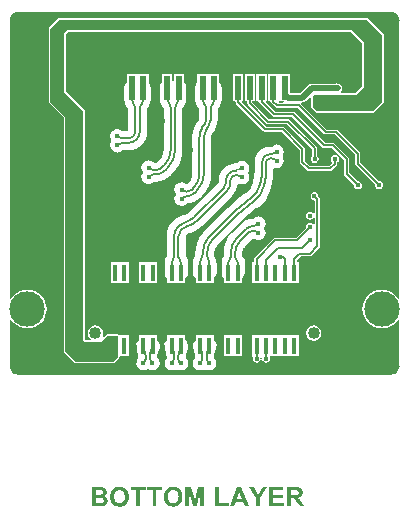
<source format=gbl>
G04*
G04 #@! TF.GenerationSoftware,Altium Limited,Altium Designer,22.5.1 (42)*
G04*
G04 Layer_Physical_Order=4*
G04 Layer_Color=16711680*
%FSLAX25Y25*%
%MOIN*%
G70*
G04*
G04 #@! TF.SameCoordinates,343D76CA-8D90-4984-A01A-401E7FF7C9D5*
G04*
G04*
G04 #@! TF.FilePolarity,Positive*
G04*
G01*
G75*
%ADD12R,0.02402X0.07874*%
%ADD13R,0.10551X0.14173*%
%ADD22C,0.00755*%
%ADD23C,0.00755*%
%ADD24C,0.00600*%
%ADD26C,0.01500*%
%ADD27C,0.01000*%
%ADD28C,0.04016*%
%ADD29C,0.11811*%
%ADD30C,0.01600*%
%ADD31R,0.10000X0.02520*%
%ADD32R,0.18504X0.02520*%
%ADD33R,0.01811X0.05709*%
%ADD34C,0.02000*%
G36*
X121789Y99004D02*
X122514Y98704D01*
X123137Y98226D01*
X123615Y97604D01*
X123915Y96879D01*
X124012Y96144D01*
X124003Y96100D01*
Y3593D01*
X123518Y3471D01*
X123462Y3576D01*
X122661Y4551D01*
X121686Y5352D01*
X120573Y5946D01*
X119366Y6313D01*
X118110Y6436D01*
X116855Y6313D01*
X115647Y5946D01*
X114534Y5352D01*
X113559Y4551D01*
X112759Y3576D01*
X112164Y2463D01*
X111797Y1256D01*
X111674Y0D01*
X111797Y-1256D01*
X112164Y-2463D01*
X112759Y-3576D01*
X113559Y-4551D01*
X114534Y-5352D01*
X115647Y-5946D01*
X116855Y-6313D01*
X118110Y-6436D01*
X119366Y-6313D01*
X120573Y-5946D01*
X121686Y-5352D01*
X122661Y-4551D01*
X123462Y-3576D01*
X123518Y-3471D01*
X124003Y-3593D01*
Y-18900D01*
X124012Y-18943D01*
X123915Y-19678D01*
X123615Y-20403D01*
X123137Y-21025D01*
X122514Y-21503D01*
X121789Y-21803D01*
X121054Y-21900D01*
X121011Y-21891D01*
X-2901D01*
X-2944Y-21900D01*
X-3679Y-21803D01*
X-4404Y-21503D01*
X-5027Y-21025D01*
X-5504Y-20403D01*
X-5805Y-19678D01*
X-5901Y-18943D01*
X-5893Y-18900D01*
Y-3593D01*
X-5408Y-3471D01*
X-5352Y-3576D01*
X-4551Y-4551D01*
X-3576Y-5352D01*
X-2463Y-5946D01*
X-1256Y-6313D01*
X0Y-6436D01*
X1256Y-6313D01*
X2463Y-5946D01*
X3576Y-5352D01*
X4551Y-4551D01*
X5352Y-3576D01*
X5946Y-2463D01*
X6313Y-1256D01*
X6436Y0D01*
X6313Y1256D01*
X5946Y2463D01*
X5352Y3576D01*
X4551Y4551D01*
X3576Y5352D01*
X2463Y5946D01*
X1256Y6313D01*
X0Y6436D01*
X-1256Y6313D01*
X-2463Y5946D01*
X-3576Y5352D01*
X-4551Y4551D01*
X-5352Y3576D01*
X-5408Y3471D01*
X-5893Y3593D01*
Y96100D01*
X-5901Y96144D01*
X-5805Y96879D01*
X-5504Y97604D01*
X-5027Y98226D01*
X-4404Y98704D01*
X-3679Y99004D01*
X-2944Y99101D01*
X-2901Y99092D01*
X121011D01*
X121054Y99101D01*
X121789Y99004D01*
D02*
G37*
G36*
X77531Y-63059D02*
Y-65742D01*
X76236D01*
Y-63050D01*
X73896Y-59341D01*
X75403D01*
X76911Y-61875D01*
X78382Y-59341D01*
X79871D01*
X77531Y-63059D01*
D02*
G37*
G36*
X58837Y-65742D02*
X57643D01*
X57634Y-60710D01*
X56376Y-65742D01*
X55127D01*
X53869Y-60710D01*
Y-65742D01*
X52676D01*
Y-59341D01*
X54609D01*
X55756Y-63716D01*
X56894Y-59341D01*
X58837D01*
Y-65742D01*
D02*
G37*
G36*
X89463Y-59350D02*
X89565D01*
X89667Y-59359D01*
X89787D01*
X90028Y-59387D01*
X90277Y-59415D01*
X90509Y-59461D01*
X90610Y-59489D01*
X90703Y-59517D01*
X90712D01*
X90721Y-59526D01*
X90777Y-59554D01*
X90860Y-59600D01*
X90971Y-59655D01*
X91091Y-59748D01*
X91212Y-59850D01*
X91332Y-59979D01*
X91443Y-60136D01*
Y-60146D01*
X91452Y-60155D01*
X91471Y-60183D01*
X91489Y-60210D01*
X91535Y-60303D01*
X91591Y-60423D01*
X91637Y-60571D01*
X91683Y-60738D01*
X91720Y-60932D01*
X91730Y-61135D01*
Y-61145D01*
Y-61163D01*
Y-61209D01*
X91720Y-61256D01*
Y-61320D01*
X91711Y-61385D01*
X91674Y-61552D01*
X91628Y-61746D01*
X91554Y-61940D01*
X91443Y-62144D01*
X91378Y-62236D01*
X91304Y-62329D01*
X91295Y-62338D01*
X91286Y-62347D01*
X91258Y-62375D01*
X91221Y-62403D01*
X91184Y-62440D01*
X91128Y-62486D01*
X91064Y-62532D01*
X90990Y-62578D01*
X90906Y-62634D01*
X90805Y-62680D01*
X90703Y-62726D01*
X90592Y-62773D01*
X90462Y-62819D01*
X90333Y-62856D01*
X90194Y-62893D01*
X90037Y-62921D01*
X90046D01*
X90055Y-62930D01*
X90111Y-62967D01*
X90185Y-63013D01*
X90277Y-63078D01*
X90388Y-63161D01*
X90499Y-63244D01*
X90620Y-63346D01*
X90721Y-63457D01*
X90731Y-63466D01*
X90777Y-63513D01*
X90832Y-63587D01*
X90916Y-63698D01*
X91027Y-63836D01*
X91082Y-63929D01*
X91147Y-64021D01*
X91221Y-64123D01*
X91295Y-64234D01*
X91378Y-64364D01*
X91461Y-64493D01*
X92248Y-65742D01*
X90694D01*
X89769Y-64354D01*
X89759Y-64345D01*
X89750Y-64317D01*
X89722Y-64280D01*
X89685Y-64234D01*
X89648Y-64179D01*
X89602Y-64105D01*
X89500Y-63957D01*
X89380Y-63790D01*
X89269Y-63642D01*
X89167Y-63503D01*
X89121Y-63457D01*
X89084Y-63411D01*
X89075Y-63402D01*
X89056Y-63383D01*
X89019Y-63346D01*
X88973Y-63300D01*
X88908Y-63263D01*
X88844Y-63217D01*
X88770Y-63180D01*
X88696Y-63143D01*
X88686D01*
X88659Y-63133D01*
X88612Y-63115D01*
X88538Y-63106D01*
X88446Y-63087D01*
X88335Y-63078D01*
X88205Y-63069D01*
X87789D01*
Y-65742D01*
X86494D01*
Y-59341D01*
X89380D01*
X89463Y-59350D01*
D02*
G37*
G36*
X85273Y-60423D02*
X81823D01*
Y-61838D01*
X85033D01*
Y-62921D01*
X81823D01*
Y-64660D01*
X85393D01*
Y-65742D01*
X80528D01*
Y-59341D01*
X85273D01*
Y-60423D01*
D02*
G37*
G36*
X73868Y-65742D02*
X72471D01*
X71916Y-64290D01*
X69345D01*
X68817Y-65742D01*
X67448D01*
X69927Y-59341D01*
X71296D01*
X73868Y-65742D01*
D02*
G37*
G36*
X63961Y-64660D02*
X67180D01*
Y-65742D01*
X62666D01*
Y-59387D01*
X63961D01*
Y-64660D01*
D02*
G37*
G36*
X44897Y-60423D02*
X43010D01*
Y-65742D01*
X41715D01*
Y-60423D01*
X39819D01*
Y-59341D01*
X44897D01*
Y-60423D01*
D02*
G37*
G36*
X39430D02*
X37543D01*
Y-65742D01*
X36248D01*
Y-60423D01*
X34352D01*
Y-59341D01*
X39430D01*
Y-60423D01*
D02*
G37*
G36*
X24371Y-59350D02*
X24556Y-59359D01*
X24741Y-59369D01*
X24917Y-59387D01*
X25074Y-59406D01*
X25093D01*
X25139Y-59415D01*
X25204Y-59433D01*
X25296Y-59461D01*
X25398Y-59498D01*
X25509Y-59544D01*
X25629Y-59600D01*
X25740Y-59674D01*
X25749Y-59683D01*
X25786Y-59711D01*
X25842Y-59757D01*
X25916Y-59813D01*
X25990Y-59896D01*
X26073Y-59988D01*
X26156Y-60090D01*
X26230Y-60210D01*
X26240Y-60229D01*
X26258Y-60266D01*
X26295Y-60340D01*
X26332Y-60432D01*
X26369Y-60543D01*
X26406Y-60664D01*
X26425Y-60812D01*
X26434Y-60960D01*
Y-60969D01*
Y-60978D01*
Y-61034D01*
X26425Y-61117D01*
X26406Y-61228D01*
X26369Y-61357D01*
X26332Y-61496D01*
X26267Y-61635D01*
X26184Y-61783D01*
X26175Y-61801D01*
X26138Y-61848D01*
X26082Y-61912D01*
X26018Y-61996D01*
X25925Y-62079D01*
X25814Y-62181D01*
X25685Y-62264D01*
X25537Y-62347D01*
X25546D01*
X25564Y-62356D01*
X25592Y-62366D01*
X25629Y-62375D01*
X25740Y-62421D01*
X25870Y-62486D01*
X26008Y-62560D01*
X26166Y-62662D01*
X26304Y-62782D01*
X26434Y-62930D01*
X26443Y-62948D01*
X26480Y-63004D01*
X26536Y-63087D01*
X26591Y-63198D01*
X26647Y-63346D01*
X26702Y-63503D01*
X26739Y-63688D01*
X26748Y-63892D01*
Y-63901D01*
Y-63910D01*
Y-63966D01*
X26739Y-64049D01*
X26721Y-64160D01*
X26702Y-64290D01*
X26665Y-64438D01*
X26610Y-64586D01*
X26545Y-64743D01*
X26536Y-64761D01*
X26508Y-64808D01*
X26462Y-64882D01*
X26397Y-64974D01*
X26323Y-65085D01*
X26221Y-65187D01*
X26119Y-65298D01*
X25990Y-65400D01*
X25971Y-65409D01*
X25925Y-65437D01*
X25851Y-65483D01*
X25749Y-65529D01*
X25620Y-65585D01*
X25472Y-65631D01*
X25305Y-65677D01*
X25120Y-65705D01*
X25083D01*
X25046Y-65714D01*
X24954D01*
X24889Y-65723D01*
X24713D01*
X24602Y-65733D01*
X24325D01*
X24168Y-65742D01*
X21393D01*
Y-59341D01*
X24205D01*
X24371Y-59350D01*
D02*
G37*
G36*
X48699Y-59230D02*
X48791D01*
X48911Y-59248D01*
X49050Y-59267D01*
X49207Y-59295D01*
X49374Y-59332D01*
X49550Y-59378D01*
X49735Y-59433D01*
X49920Y-59507D01*
X50114Y-59591D01*
X50299Y-59692D01*
X50484Y-59813D01*
X50660Y-59951D01*
X50826Y-60109D01*
X50835Y-60118D01*
X50863Y-60146D01*
X50909Y-60201D01*
X50956Y-60266D01*
X51020Y-60358D01*
X51094Y-60469D01*
X51168Y-60599D01*
X51252Y-60747D01*
X51335Y-60904D01*
X51409Y-61089D01*
X51483Y-61293D01*
X51548Y-61505D01*
X51603Y-61746D01*
X51640Y-61996D01*
X51668Y-62264D01*
X51677Y-62551D01*
Y-62569D01*
Y-62615D01*
X51668Y-62699D01*
Y-62810D01*
X51649Y-62939D01*
X51631Y-63087D01*
X51603Y-63263D01*
X51575Y-63439D01*
X51529Y-63633D01*
X51474Y-63836D01*
X51400Y-64040D01*
X51316Y-64243D01*
X51224Y-64438D01*
X51104Y-64632D01*
X50974Y-64817D01*
X50826Y-64993D01*
X50817Y-65002D01*
X50789Y-65030D01*
X50743Y-65076D01*
X50669Y-65131D01*
X50586Y-65196D01*
X50484Y-65270D01*
X50364Y-65344D01*
X50234Y-65427D01*
X50077Y-65511D01*
X49910Y-65585D01*
X49725Y-65659D01*
X49522Y-65723D01*
X49309Y-65779D01*
X49078Y-65825D01*
X48837Y-65853D01*
X48578Y-65862D01*
X48514D01*
X48440Y-65853D01*
X48347Y-65844D01*
X48227Y-65834D01*
X48088Y-65816D01*
X47931Y-65788D01*
X47764Y-65751D01*
X47579Y-65705D01*
X47404Y-65649D01*
X47209Y-65575D01*
X47024Y-65492D01*
X46830Y-65400D01*
X46654Y-65279D01*
X46479Y-65150D01*
X46312Y-64993D01*
X46303Y-64983D01*
X46275Y-64956D01*
X46238Y-64900D01*
X46183Y-64835D01*
X46118Y-64743D01*
X46044Y-64632D01*
X45970Y-64512D01*
X45896Y-64364D01*
X45813Y-64206D01*
X45739Y-64021D01*
X45665Y-63827D01*
X45600Y-63614D01*
X45544Y-63383D01*
X45507Y-63133D01*
X45480Y-62865D01*
X45470Y-62588D01*
Y-62578D01*
Y-62541D01*
Y-62495D01*
X45480Y-62421D01*
Y-62338D01*
X45489Y-62245D01*
X45498Y-62134D01*
X45507Y-62014D01*
X45544Y-61755D01*
X45591Y-61478D01*
X45665Y-61200D01*
X45757Y-60941D01*
Y-60932D01*
X45766Y-60923D01*
X45785Y-60895D01*
X45794Y-60858D01*
X45850Y-60765D01*
X45914Y-60645D01*
X45998Y-60506D01*
X46099Y-60368D01*
X46220Y-60210D01*
X46349Y-60062D01*
X46358Y-60053D01*
X46368Y-60044D01*
X46414Y-59998D01*
X46497Y-59924D01*
X46599Y-59840D01*
X46719Y-59748D01*
X46858Y-59646D01*
X47015Y-59554D01*
X47182Y-59480D01*
X47191D01*
X47209Y-59470D01*
X47246Y-59452D01*
X47293Y-59443D01*
X47348Y-59415D01*
X47413Y-59396D01*
X47496Y-59378D01*
X47579Y-59350D01*
X47783Y-59304D01*
X48014Y-59258D01*
X48282Y-59230D01*
X48560Y-59221D01*
X48625D01*
X48699Y-59230D01*
D02*
G37*
G36*
X30809D02*
X30902D01*
X31022Y-59248D01*
X31161Y-59267D01*
X31318Y-59295D01*
X31484Y-59332D01*
X31660Y-59378D01*
X31845Y-59433D01*
X32030Y-59507D01*
X32224Y-59591D01*
X32409Y-59692D01*
X32594Y-59813D01*
X32770Y-59951D01*
X32937Y-60109D01*
X32946Y-60118D01*
X32974Y-60146D01*
X33020Y-60201D01*
X33066Y-60266D01*
X33131Y-60358D01*
X33205Y-60469D01*
X33279Y-60599D01*
X33362Y-60747D01*
X33445Y-60904D01*
X33519Y-61089D01*
X33593Y-61293D01*
X33658Y-61505D01*
X33714Y-61746D01*
X33751Y-61996D01*
X33778Y-62264D01*
X33788Y-62551D01*
Y-62569D01*
Y-62615D01*
X33778Y-62699D01*
Y-62810D01*
X33760Y-62939D01*
X33741Y-63087D01*
X33714Y-63263D01*
X33686Y-63439D01*
X33640Y-63633D01*
X33584Y-63836D01*
X33510Y-64040D01*
X33427Y-64243D01*
X33334Y-64438D01*
X33214Y-64632D01*
X33085Y-64817D01*
X32937Y-64993D01*
X32927Y-65002D01*
X32900Y-65030D01*
X32853Y-65076D01*
X32779Y-65131D01*
X32696Y-65196D01*
X32594Y-65270D01*
X32474Y-65344D01*
X32345Y-65427D01*
X32187Y-65511D01*
X32021Y-65585D01*
X31836Y-65659D01*
X31632Y-65723D01*
X31420Y-65779D01*
X31188Y-65825D01*
X30948Y-65853D01*
X30689Y-65862D01*
X30624D01*
X30550Y-65853D01*
X30458Y-65844D01*
X30337Y-65834D01*
X30199Y-65816D01*
X30041Y-65788D01*
X29875Y-65751D01*
X29690Y-65705D01*
X29514Y-65649D01*
X29320Y-65575D01*
X29135Y-65492D01*
X28941Y-65400D01*
X28765Y-65279D01*
X28589Y-65150D01*
X28423Y-64993D01*
X28413Y-64983D01*
X28386Y-64956D01*
X28349Y-64900D01*
X28293Y-64835D01*
X28228Y-64743D01*
X28154Y-64632D01*
X28080Y-64512D01*
X28006Y-64364D01*
X27923Y-64206D01*
X27849Y-64021D01*
X27775Y-63827D01*
X27710Y-63614D01*
X27655Y-63383D01*
X27618Y-63133D01*
X27590Y-62865D01*
X27581Y-62588D01*
Y-62578D01*
Y-62541D01*
Y-62495D01*
X27590Y-62421D01*
Y-62338D01*
X27599Y-62245D01*
X27609Y-62134D01*
X27618Y-62014D01*
X27655Y-61755D01*
X27701Y-61478D01*
X27775Y-61200D01*
X27868Y-60941D01*
Y-60932D01*
X27877Y-60923D01*
X27895Y-60895D01*
X27905Y-60858D01*
X27960Y-60765D01*
X28025Y-60645D01*
X28108Y-60506D01*
X28210Y-60368D01*
X28330Y-60210D01*
X28460Y-60062D01*
X28469Y-60053D01*
X28478Y-60044D01*
X28524Y-59998D01*
X28608Y-59924D01*
X28709Y-59840D01*
X28830Y-59748D01*
X28968Y-59646D01*
X29126Y-59554D01*
X29292Y-59480D01*
X29301D01*
X29320Y-59470D01*
X29357Y-59452D01*
X29403Y-59443D01*
X29459Y-59415D01*
X29523Y-59396D01*
X29607Y-59378D01*
X29690Y-59350D01*
X29893Y-59304D01*
X30125Y-59258D01*
X30393Y-59230D01*
X30670Y-59221D01*
X30735D01*
X30809Y-59230D01*
D02*
G37*
%LPC*%
G36*
X52183Y78239D02*
X48781D01*
Y76152D01*
X48504Y75993D01*
X48246Y76145D01*
Y78239D01*
X44844D01*
Y75525D01*
X44831Y75516D01*
X44306Y74730D01*
X44121Y73802D01*
Y70011D01*
X44149Y69872D01*
X44279Y68885D01*
X44713Y67836D01*
X45320Y67046D01*
X45362Y66982D01*
Y53212D01*
X45386Y53091D01*
X45229Y51897D01*
X44721Y50671D01*
X43988Y49716D01*
X43885Y49647D01*
X43271Y49033D01*
X43251Y49002D01*
X42982Y48822D01*
X42664Y48759D01*
X42628Y48766D01*
X42420D01*
X41929Y48970D01*
Y48970D01*
X41906Y48958D01*
X41313Y49354D01*
X41049Y49407D01*
X40903Y49453D01*
X40903D01*
X40902Y49454D01*
X40732Y49491D01*
X40732Y49491D01*
X40732Y49491D01*
X40559Y49513D01*
X40559Y49513D01*
X40559Y49513D01*
X40506Y49515D01*
X40385Y49539D01*
X40265Y49515D01*
X40210Y49513D01*
X40210Y49513D01*
X40210Y49513D01*
X40037Y49491D01*
X40037Y49491D01*
X40037Y49491D01*
X39867Y49454D01*
X39867Y49453D01*
X39867D01*
X39721Y49407D01*
X39458Y49355D01*
X38671Y48829D01*
X38146Y48043D01*
X37961Y47115D01*
X38146Y46187D01*
X38384Y45831D01*
Y45399D01*
X38146Y45043D01*
X37961Y44115D01*
X38146Y43187D01*
X38671Y42401D01*
X39458Y41875D01*
X39748Y41818D01*
X39867Y41780D01*
X39867D01*
X39867Y41780D01*
X40037Y41743D01*
X40037Y41743D01*
X40037Y41742D01*
X40210Y41719D01*
X40210Y41719D01*
X40210Y41719D01*
X40250Y41718D01*
X40385Y41691D01*
X40521Y41718D01*
X40559Y41719D01*
X40559Y41719D01*
X40559Y41719D01*
X40732Y41742D01*
X40732Y41743D01*
X40732Y41742D01*
X40902Y41780D01*
X40903Y41780D01*
X40903D01*
X41021Y41817D01*
X41313Y41875D01*
X42099Y42401D01*
X42162Y42463D01*
X42628D01*
X42747Y42487D01*
X44033Y42614D01*
X45384Y43023D01*
X46629Y43689D01*
X47628Y44509D01*
X47728Y44576D01*
X48342Y45190D01*
X48397Y45272D01*
X49489Y46551D01*
X50418Y48067D01*
X51099Y49710D01*
X51514Y51439D01*
X51646Y53115D01*
X51665Y53212D01*
Y66982D01*
X51708Y67046D01*
X52314Y67836D01*
X52749Y68885D01*
X52879Y69872D01*
X52906Y70011D01*
Y73802D01*
X52722Y74730D01*
X52196Y75516D01*
X52183Y75525D01*
Y78239D01*
D02*
G37*
G36*
X40372D02*
X36970D01*
Y76153D01*
X36692Y75993D01*
X36435Y76145D01*
Y78239D01*
X33033D01*
Y75525D01*
X33020Y75516D01*
X32495Y74730D01*
X32310Y73802D01*
Y69941D01*
X32329Y69849D01*
X32477Y68720D01*
X32948Y67582D01*
X33551Y66796D01*
Y59282D01*
X31718D01*
X31691Y59309D01*
X30905Y59835D01*
X30641Y59887D01*
X30494Y59934D01*
X30494D01*
X30494Y59934D01*
X30324Y59971D01*
X30324Y59971D01*
X30324Y59971D01*
X30151Y59993D01*
X30151Y59993D01*
X30151Y59993D01*
X30098Y59995D01*
X29977Y60019D01*
X29857Y59995D01*
X29802Y59993D01*
X29802Y59993D01*
X29802Y59993D01*
X29629Y59971D01*
X29629Y59971D01*
X29629Y59971D01*
X29459Y59934D01*
X29459Y59934D01*
X29459D01*
X29313Y59887D01*
X29050Y59835D01*
X28263Y59309D01*
X27738Y58523D01*
X27553Y57595D01*
X27738Y56667D01*
X27976Y56310D01*
Y55879D01*
X27738Y55523D01*
X27553Y54595D01*
X27738Y53667D01*
X28263Y52881D01*
X29050Y52355D01*
X29340Y52298D01*
X29459Y52261D01*
X29459D01*
X29459Y52261D01*
X29629Y52223D01*
X29629Y52223D01*
X29629Y52222D01*
X29802Y52199D01*
X29802Y52199D01*
X29802Y52199D01*
X29842Y52198D01*
X29977Y52171D01*
X30113Y52198D01*
X30151Y52199D01*
X30151Y52199D01*
X30151Y52199D01*
X30324Y52222D01*
X30324Y52223D01*
X30324Y52222D01*
X30494Y52261D01*
X30494Y52261D01*
X30494D01*
X30613Y52297D01*
X30905Y52355D01*
X31691Y52881D01*
X31789Y52979D01*
X33729D01*
X33900Y53013D01*
X34921Y53114D01*
X36067Y53461D01*
X37123Y54026D01*
X38048Y54785D01*
X38808Y55711D01*
X39372Y56767D01*
X39720Y57912D01*
X39820Y58933D01*
X39854Y59104D01*
Y66763D01*
X39882Y66804D01*
X40503Y67614D01*
X40938Y68663D01*
X41068Y69650D01*
X41095Y69789D01*
Y73802D01*
X40911Y74730D01*
X40385Y75516D01*
X40372Y75525D01*
Y78239D01*
D02*
G37*
G36*
X63994D02*
X60592D01*
Y76152D01*
X60316Y75993D01*
X60057Y76145D01*
Y78239D01*
X56655D01*
Y75525D01*
X56642Y75516D01*
X56117Y74730D01*
X55932Y73802D01*
Y69790D01*
X55960Y69651D01*
X56090Y68664D01*
X56524Y67615D01*
X57130Y66825D01*
X57173Y66761D01*
Y63148D01*
X57177Y63131D01*
X57143Y63049D01*
X57141Y63048D01*
X56341Y61907D01*
X56306Y61826D01*
X56248Y61756D01*
X55516Y60386D01*
X55065Y58899D01*
X54921Y57437D01*
X54904Y57353D01*
Y45020D01*
X54922Y44929D01*
X54801Y44005D01*
X54409Y43059D01*
X54089Y42643D01*
X53764Y42268D01*
Y42268D01*
X53419Y41923D01*
X53056Y41560D01*
X52311Y42058D01*
X52039Y42112D01*
X51901Y42156D01*
X51901D01*
X51900Y42156D01*
X51730Y42193D01*
X51730Y42193D01*
X51730Y42193D01*
X51557Y42215D01*
X51557Y42215D01*
X51557Y42215D01*
X51511Y42217D01*
X51383Y42242D01*
X51256Y42217D01*
X51208Y42215D01*
X51208Y42215D01*
X51208Y42215D01*
X51035Y42193D01*
X51035Y42193D01*
X51035Y42193D01*
X50865Y42156D01*
X50865Y42156D01*
X50865D01*
X50727Y42112D01*
X50456Y42058D01*
X49669Y41532D01*
X49144Y40746D01*
X48959Y39818D01*
X49144Y38890D01*
X49382Y38533D01*
Y38102D01*
X49144Y37746D01*
X48959Y36818D01*
X49144Y35890D01*
X49669Y35104D01*
X50456Y34578D01*
X50738Y34522D01*
X50865Y34482D01*
X50865D01*
X50865Y34482D01*
X51035Y34444D01*
X51035Y34444D01*
X51035Y34444D01*
X51208Y34421D01*
X51208Y34421D01*
X51208Y34421D01*
X51254Y34420D01*
X51383Y34394D01*
X51512Y34420D01*
X51557Y34421D01*
X51557Y34421D01*
X51557Y34421D01*
X51730Y34444D01*
X51730Y34444D01*
X51730Y34444D01*
X51900Y34482D01*
X51901Y34482D01*
X51901D01*
X52028Y34522D01*
X52311Y34578D01*
X53097Y35104D01*
X53245Y35252D01*
X54248Y35350D01*
X55420Y35706D01*
X56501Y36284D01*
X57320Y36956D01*
X57459Y37049D01*
X57459Y37049D01*
X57749Y37339D01*
X57749Y37339D01*
X58221Y37811D01*
X58223Y37809D01*
X59491Y39355D01*
X60434Y41118D01*
X61014Y43031D01*
X61210Y45020D01*
X61207D01*
Y57353D01*
X61193Y57424D01*
X61305Y57987D01*
X61505Y58287D01*
X61503Y58289D01*
X61503Y58289D01*
X62303Y59430D01*
X62345Y59525D01*
X62372Y59558D01*
X62969Y60675D01*
X63337Y61888D01*
X63446Y62994D01*
X63476Y63148D01*
Y66761D01*
X63519Y66825D01*
X64125Y67614D01*
X64560Y68664D01*
X64690Y69651D01*
X64717Y69790D01*
Y73802D01*
X64533Y74730D01*
X64007Y75516D01*
X63994Y75525D01*
Y78239D01*
D02*
G37*
G36*
X113177Y97010D02*
X113177Y97010D01*
X10677D01*
X10294Y96851D01*
X7294Y93851D01*
X7136Y93468D01*
X7136Y93468D01*
Y69043D01*
X7294Y68661D01*
X12011Y63944D01*
Y-14007D01*
X12011Y-14007D01*
X12169Y-14390D01*
X12169Y-14390D01*
X15669Y-17890D01*
X16052Y-18049D01*
X16052Y-18049D01*
X28552D01*
X28552Y-18049D01*
X28935Y-17890D01*
X30435Y-16390D01*
X30593Y-16007D01*
X30593Y-16007D01*
Y-15902D01*
X30878Y-15520D01*
X31093Y-15520D01*
X33689D01*
Y-8811D01*
X31053D01*
X30878Y-8811D01*
X30445Y-8649D01*
X30435Y-8625D01*
X30052Y-8466D01*
X26552D01*
X26552Y-8466D01*
X26169Y-8625D01*
X26169Y-8625D01*
X25352Y-9442D01*
X24964Y-9123D01*
X25040Y-9010D01*
X25234Y-8032D01*
X25040Y-7053D01*
X24485Y-6223D01*
X23656Y-5669D01*
X22677Y-5474D01*
X21699Y-5669D01*
X20869Y-6223D01*
X20315Y-7053D01*
X20120Y-8032D01*
X20315Y-9010D01*
X20869Y-9840D01*
X21059Y-9966D01*
X20907Y-10466D01*
X19276D01*
X19093Y-10283D01*
Y58352D01*
X19218Y58653D01*
Y65968D01*
X19218Y65969D01*
X19060Y66351D01*
X19060Y66351D01*
X12718Y72693D01*
Y91744D01*
X13401Y92427D01*
X107940D01*
X111636Y88731D01*
Y74193D01*
X109453Y72010D01*
X104728D01*
X104595Y72255D01*
X104528Y72510D01*
X104820Y72947D01*
X104937Y73532D01*
X104820Y74118D01*
X104489Y74614D01*
X103992Y74945D01*
X103791Y74985D01*
X103549Y75148D01*
X103041Y75249D01*
X102534Y75148D01*
X102406Y75062D01*
X94741D01*
X94156Y74945D01*
X93660Y74614D01*
X91044Y71998D01*
X87616D01*
Y78239D01*
X84214D01*
Y69365D01*
X85390D01*
X85450Y69284D01*
X85198Y68784D01*
X83888D01*
X83801Y68915D01*
X83679Y69365D01*
X83679D01*
Y78239D01*
X80277D01*
Y69365D01*
X80739D01*
X81163Y69168D01*
X81225Y68855D01*
X81401Y68591D01*
X82600Y67392D01*
X82600Y67392D01*
X82865Y67215D01*
X83177Y67153D01*
X90250D01*
X98963Y58441D01*
X99227Y58264D01*
X99539Y58202D01*
X99540Y58202D01*
X102488D01*
X109330Y51360D01*
Y48412D01*
X109330Y48412D01*
X109392Y48099D01*
X109569Y47835D01*
X115877Y41526D01*
X115848Y41383D01*
X115949Y40876D01*
X116237Y40446D01*
X116667Y40158D01*
X117174Y40058D01*
X117681Y40158D01*
X118111Y40446D01*
X118398Y40876D01*
X118499Y41383D01*
X118398Y41890D01*
X118111Y42320D01*
X117681Y42608D01*
X117174Y42708D01*
X117030Y42680D01*
X110961Y48749D01*
Y51698D01*
X110899Y52010D01*
X110722Y52275D01*
X110722Y52275D01*
X103403Y59594D01*
X103138Y59771D01*
X102826Y59833D01*
X102826Y59833D01*
X99877D01*
X91271Y68439D01*
X91397Y68857D01*
X91457Y68939D01*
X91677D01*
X92263Y69055D01*
X92759Y69387D01*
X94136Y70764D01*
X94636Y70557D01*
Y67469D01*
X94636Y67469D01*
X94794Y67086D01*
X96294Y65586D01*
X96677Y65427D01*
X96677Y65427D01*
X115177D01*
X115560Y65586D01*
X118560Y68586D01*
X118718Y68968D01*
X118718Y68968D01*
Y91468D01*
X118718Y91469D01*
X118560Y91851D01*
X118560Y91851D01*
X113560Y96851D01*
X113177Y97010D01*
D02*
G37*
G36*
X83085Y54875D02*
X82963Y54851D01*
X82911Y54849D01*
X82911Y54849D01*
X82911Y54849D01*
X82738Y54827D01*
X82738Y54826D01*
X82738Y54826D01*
X82568Y54787D01*
X82568Y54787D01*
X82568D01*
X82424Y54743D01*
X82158Y54691D01*
X81371Y54165D01*
X81309Y54103D01*
X80846D01*
X80807Y54095D01*
X79516Y53925D01*
X78276Y53412D01*
X77212Y52595D01*
X76395Y51530D01*
X75882Y50291D01*
X75712Y49000D01*
X75704Y48961D01*
Y45546D01*
X75674Y45069D01*
Y45069D01*
X75578Y44578D01*
X75024Y41829D01*
X75024Y41776D01*
X74994Y41553D01*
X74554Y40490D01*
X73854Y39578D01*
X73161Y39046D01*
X72757Y38750D01*
X72316Y38469D01*
X69422Y36249D01*
X66766Y33815D01*
X66728Y33790D01*
X60845Y27907D01*
X60490Y27555D01*
X60489Y27555D01*
X60163Y27189D01*
X58418Y25237D01*
X58167Y24956D01*
X58096Y24855D01*
X57810Y24443D01*
X57655Y24254D01*
X56854Y22755D01*
X56799Y22653D01*
X56724Y22435D01*
X56695Y22391D01*
X56675Y22291D01*
X56516Y21859D01*
X56063Y19972D01*
X55949Y18522D01*
X55916Y18108D01*
X55902Y18037D01*
X55784Y17586D01*
X55730Y17505D01*
X55562Y17210D01*
X55562Y17210D01*
X55515Y17096D01*
X55495Y17066D01*
X55472Y17031D01*
X55456Y16954D01*
X55195Y16324D01*
X55100Y15599D01*
X55055Y15374D01*
Y12166D01*
X55240Y11238D01*
X55765Y10452D01*
X55766Y10451D01*
X56075Y10245D01*
Y8811D01*
X58886D01*
Y8811D01*
X59224D01*
Y8811D01*
X62036D01*
Y10245D01*
X62343Y10451D01*
X62869Y11237D01*
X63053Y12165D01*
Y15373D01*
X63008Y15598D01*
X62913Y16323D01*
X62652Y16954D01*
X62637Y17030D01*
X62612Y17066D01*
X62593Y17095D01*
X62546Y17209D01*
X62546Y17209D01*
X62378Y17506D01*
X62324Y17587D01*
X62205Y18038D01*
X62228Y18528D01*
X62297Y19228D01*
X62431Y19671D01*
X62577Y20128D01*
D01*
X62769Y20579D01*
X62822Y20663D01*
X63037Y20944D01*
X63336Y21345D01*
X64830Y23017D01*
X64948Y23096D01*
X71185Y29333D01*
X71275Y29467D01*
X73742Y31703D01*
X76224Y33544D01*
X76626Y33830D01*
X77005Y34068D01*
X77044Y34101D01*
X78277Y35155D01*
X79363Y36427D01*
X80238Y37853D01*
X80878Y39399D01*
X81107Y40354D01*
X81202Y40582D01*
X81856Y43822D01*
X81856Y43902D01*
X81988Y45243D01*
X82007Y45339D01*
Y46756D01*
X82351Y47068D01*
X82507Y47135D01*
X82568Y47115D01*
X82568Y47115D01*
X82568Y47115D01*
X82738Y47077D01*
X82738Y47078D01*
X82738Y47077D01*
X82911Y47056D01*
X82911Y47056D01*
X82911Y47056D01*
X82945Y47055D01*
X83085Y47027D01*
X83226Y47055D01*
X83260Y47056D01*
X83260Y47056D01*
X83260Y47056D01*
X83433Y47077D01*
X83433Y47077D01*
X83433Y47077D01*
X83603Y47115D01*
X83604Y47115D01*
X83604D01*
X83724Y47154D01*
X84013Y47212D01*
X84799Y47737D01*
X85325Y48523D01*
X85509Y49451D01*
X85325Y50379D01*
X85086Y50736D01*
Y51166D01*
X85325Y51523D01*
X85509Y52451D01*
X85325Y53379D01*
X84799Y54165D01*
X84013Y54690D01*
X83747Y54743D01*
X83604Y54787D01*
X83604D01*
X83603Y54787D01*
X83433Y54826D01*
X83433Y54826D01*
X83433Y54827D01*
X83260Y54849D01*
X83260Y54849D01*
X83260Y54849D01*
X83208Y54851D01*
X83085Y54875D01*
D02*
G37*
G36*
X71485Y49375D02*
X71359Y49350D01*
X71311Y49348D01*
X71311Y49348D01*
X71311Y49348D01*
X71138Y49326D01*
X71138Y49326D01*
X71138Y49326D01*
X70968Y49287D01*
X70968Y49287D01*
X70968D01*
X70828Y49244D01*
X70558Y49191D01*
X69968Y48797D01*
X69608Y48633D01*
X69309Y48574D01*
X68046Y48408D01*
X66647Y47828D01*
X65445Y46906D01*
X64523Y45705D01*
X63944Y44306D01*
X63746Y42804D01*
X63746D01*
X63721Y42314D01*
X63683Y42045D01*
X63330Y41691D01*
X53879Y32241D01*
X53840Y32182D01*
X53257Y31735D01*
X52847Y31565D01*
X52391Y31411D01*
X51994Y31294D01*
X51935Y31255D01*
X51935Y31255D01*
X51921Y31251D01*
X51104Y31003D01*
X49738Y30273D01*
X48608Y29345D01*
X48536Y29297D01*
X48465Y29192D01*
X47662Y28213D01*
X47007Y26987D01*
X46603Y25656D01*
X46479Y24396D01*
X46454Y24272D01*
Y17653D01*
X46114Y17210D01*
X45747Y16324D01*
X45652Y15599D01*
X45607Y15374D01*
Y12165D01*
X45792Y11237D01*
X46317Y10451D01*
X46626Y10244D01*
Y8811D01*
X49437D01*
Y8811D01*
X49776D01*
Y8811D01*
X52587D01*
Y10245D01*
X52895Y10451D01*
X53421Y11237D01*
X53605Y12165D01*
Y15373D01*
X53561Y15598D01*
X53465Y16323D01*
X53098Y17209D01*
X52757Y17653D01*
Y24272D01*
X52751Y24303D01*
X52807Y24584D01*
X52966Y24823D01*
X52993Y24840D01*
X53331Y25095D01*
X53774Y25268D01*
X54169Y25396D01*
X54214Y25426D01*
X54225Y25430D01*
X54244Y25436D01*
X55298Y25756D01*
X56916Y26621D01*
X58323Y27775D01*
X58336Y27784D01*
X67787Y37234D01*
X68140Y37588D01*
X68140Y37588D01*
X68226Y37716D01*
X68940Y38586D01*
X69541Y39712D01*
X69912Y40933D01*
X69968Y41504D01*
X70495Y41753D01*
X70558Y41711D01*
X70842Y41655D01*
X70968Y41615D01*
X70968Y41615D01*
X70968Y41615D01*
X71138Y41577D01*
X71138Y41577D01*
X71138Y41577D01*
X71311Y41556D01*
X71311Y41556D01*
X71311Y41556D01*
X71348Y41554D01*
X71485Y41527D01*
X71622Y41554D01*
X71660Y41556D01*
X71660Y41556D01*
X71660Y41556D01*
X71833Y41577D01*
X71833Y41577D01*
X71833Y41577D01*
X72004Y41615D01*
X72004Y41615D01*
X72004D01*
X72129Y41655D01*
X72413Y41711D01*
X73199Y42237D01*
X73725Y43023D01*
X73909Y43951D01*
X73725Y44879D01*
X73486Y45236D01*
Y45666D01*
X73725Y46023D01*
X73909Y46951D01*
X73725Y47879D01*
X73199Y48665D01*
X72413Y49191D01*
X72142Y49244D01*
X72004Y49287D01*
X72004D01*
X72004Y49287D01*
X71833Y49326D01*
X71833Y49326D01*
X71833Y49326D01*
X71660Y49348D01*
X71660Y49348D01*
X71660Y49348D01*
X71611Y49350D01*
X71485Y49375D01*
D02*
G37*
G36*
X75805Y78239D02*
X72403D01*
Y69365D01*
X73289D01*
Y68542D01*
X73289Y68542D01*
X73351Y68229D01*
X73527Y67965D01*
X79600Y61892D01*
X79865Y61715D01*
X80177Y61653D01*
X80177Y61653D01*
X86432D01*
X94876Y53209D01*
Y51064D01*
X94754Y50982D01*
X94467Y50552D01*
X94366Y50045D01*
X94467Y49538D01*
X94754Y49108D01*
X95184Y48821D01*
X95691Y48720D01*
X96199Y48821D01*
X96629Y49108D01*
X96916Y49538D01*
X97017Y50045D01*
X96916Y50552D01*
X96629Y50982D01*
X96507Y51064D01*
Y53547D01*
X96507Y53547D01*
X96445Y53859D01*
X96268Y54124D01*
X87347Y63045D01*
X87082Y63222D01*
X86770Y63284D01*
X86770Y63284D01*
X80515D01*
X74934Y68865D01*
X74955Y69365D01*
X75805D01*
Y78239D01*
D02*
G37*
G36*
X71868D02*
X68466D01*
Y69365D01*
X69054D01*
X69352Y68979D01*
X69414Y68666D01*
X69590Y68402D01*
X78600Y59392D01*
X78600Y59392D01*
X78865Y59215D01*
X79177Y59153D01*
X84699D01*
X90861Y52991D01*
Y49044D01*
X90861Y49044D01*
X90924Y48732D01*
X91100Y48468D01*
X93257Y46311D01*
X93258Y46311D01*
X93522Y46134D01*
X93834Y46072D01*
X93834Y46072D01*
X100887D01*
X100887Y46072D01*
X101199Y46134D01*
X101464Y46311D01*
X103077Y47923D01*
X103077Y47923D01*
X103254Y48188D01*
X103316Y48500D01*
Y48981D01*
X103437Y49063D01*
X103725Y49493D01*
X103825Y50000D01*
X103725Y50507D01*
X103437Y50937D01*
X103007Y51225D01*
X102500Y51326D01*
X101993Y51225D01*
X101563Y50937D01*
X101275Y50507D01*
X101174Y50000D01*
X101275Y49493D01*
X101563Y49063D01*
X101411Y48565D01*
X100549Y47703D01*
X94172D01*
X92493Y49382D01*
Y53329D01*
X92431Y53641D01*
X92254Y53905D01*
X92254Y53905D01*
X85614Y60545D01*
X85350Y60722D01*
X85037Y60784D01*
X85037Y60784D01*
X79515D01*
X71434Y68865D01*
X71641Y69365D01*
X71868D01*
Y78239D01*
D02*
G37*
G36*
X79742D02*
X76340D01*
Y69365D01*
X76844D01*
X77226Y69104D01*
X77288Y68792D01*
X77464Y68528D01*
X81600Y64392D01*
X81600Y64392D01*
X81865Y64215D01*
X82177Y64153D01*
X82177Y64153D01*
X88113D01*
X98254Y54012D01*
X98519Y53835D01*
X98831Y53773D01*
X98831Y53773D01*
X101641D01*
X105613Y49801D01*
Y44986D01*
X105613Y44986D01*
X105675Y44674D01*
X105852Y44410D01*
X108885Y41376D01*
X108857Y41233D01*
X108958Y40726D01*
X109245Y40296D01*
X109675Y40008D01*
X110182Y39908D01*
X110690Y40008D01*
X111120Y40296D01*
X111407Y40726D01*
X111508Y41233D01*
X111407Y41740D01*
X111120Y42170D01*
X110690Y42458D01*
X110182Y42558D01*
X110039Y42530D01*
X107245Y45324D01*
Y50139D01*
X107245Y50139D01*
X107182Y50451D01*
X107006Y50716D01*
X107006Y50716D01*
X102556Y55165D01*
X102292Y55342D01*
X101979Y55404D01*
X101979Y55404D01*
X99169D01*
X89028Y65545D01*
X88763Y65722D01*
X88451Y65784D01*
X88451Y65784D01*
X82515D01*
X79396Y68903D01*
X79588Y69365D01*
X79742D01*
Y78239D01*
D02*
G37*
G36*
X95677Y38994D02*
X95170Y38893D01*
X94740Y38606D01*
X94453Y38176D01*
X94352Y37668D01*
X94453Y37161D01*
X94740Y36731D01*
X95170Y36444D01*
X95677Y36343D01*
X95862Y35870D01*
Y32121D01*
X95761Y32038D01*
X95114Y32106D01*
X94684Y32393D01*
X94177Y32494D01*
X93670Y32393D01*
X93240Y32106D01*
X92953Y31676D01*
X92852Y31168D01*
X92953Y30661D01*
X93240Y30231D01*
X93670Y29944D01*
X94177Y29843D01*
X94684Y29944D01*
X95114Y30231D01*
X95761Y30299D01*
X95862Y30216D01*
Y28257D01*
X95761Y28174D01*
X95114Y28242D01*
X94684Y28529D01*
X94177Y28630D01*
X93670Y28529D01*
X93240Y28242D01*
X92953Y27812D01*
X92852Y27305D01*
X92880Y27161D01*
X89503Y23784D01*
X82677D01*
X82365Y23722D01*
X82365Y23722D01*
X82364Y23722D01*
X82258Y23651D01*
X82100Y23545D01*
X82100Y23545D01*
X75801Y17246D01*
X75625Y16982D01*
X75563Y16669D01*
X75563Y16669D01*
Y15520D01*
X74972D01*
Y8811D01*
X77622D01*
X78122Y8811D01*
X78284Y8811D01*
X80772D01*
X81272Y8811D01*
X81433Y8811D01*
X83921D01*
X84421Y8811D01*
X84583Y8811D01*
X87071D01*
X87571Y8811D01*
X87732Y8811D01*
X90382D01*
Y15520D01*
X89792D01*
Y16430D01*
X91015Y17653D01*
X94177D01*
X94177Y17653D01*
X94489Y17715D01*
X94754Y17892D01*
X97254Y20392D01*
X97254Y20392D01*
X97431Y20656D01*
X97493Y20968D01*
Y36669D01*
X97431Y36981D01*
X97254Y37245D01*
X97254Y37245D01*
X96974Y37525D01*
X97003Y37668D01*
X96902Y38176D01*
X96614Y38606D01*
X96184Y38893D01*
X95677Y38994D01*
D02*
G37*
G36*
X76985Y30875D02*
X76862Y30851D01*
X76811Y30849D01*
X76811Y30849D01*
X76811Y30849D01*
X76638Y30827D01*
X76638Y30827D01*
X76638Y30827D01*
X76468Y30788D01*
X76468Y30788D01*
X76468D01*
X76324Y30744D01*
X76058Y30691D01*
X75271Y30165D01*
X75187Y30081D01*
X73724Y29888D01*
X72321Y29307D01*
X71117Y28383D01*
X71120Y28381D01*
X71120Y28381D01*
X68011Y25273D01*
X67995Y25249D01*
X66884Y23895D01*
X66045Y22325D01*
X65529Y20622D01*
X65357Y18880D01*
X65351Y18851D01*
Y17653D01*
X65011Y17210D01*
X64644Y16324D01*
X64549Y15599D01*
X64504Y15374D01*
Y12166D01*
X64689Y11238D01*
X65214Y10452D01*
X65215Y10451D01*
X65524Y10245D01*
Y8811D01*
X68335D01*
Y8811D01*
X68673D01*
Y8811D01*
X71484D01*
Y10245D01*
X71792Y10451D01*
X72318Y11237D01*
X72502Y12165D01*
Y15373D01*
X72457Y15598D01*
X72362Y16323D01*
X71995Y17209D01*
X71654Y17653D01*
Y18851D01*
X71642Y18913D01*
X71729Y19576D01*
X72009Y20251D01*
X72158Y20444D01*
X72468Y20816D01*
X72468Y20816D01*
X72468Y20816D01*
X75342Y23690D01*
X76058Y23211D01*
X76347Y23154D01*
X76468Y23115D01*
X76468Y23115D01*
X76468Y23115D01*
X76638Y23077D01*
X76638Y23077D01*
X76638Y23077D01*
X76811Y23056D01*
X76811Y23056D01*
X76811Y23056D01*
X76845Y23055D01*
X76986Y23027D01*
X77126Y23055D01*
X77160Y23056D01*
X77160Y23056D01*
X77160Y23056D01*
X77333Y23077D01*
X77333Y23077D01*
X77333Y23077D01*
X77503Y23115D01*
X77504Y23115D01*
X77504D01*
X77625Y23154D01*
X77913Y23212D01*
X78699Y23737D01*
X79225Y24524D01*
X79409Y25451D01*
X79225Y26379D01*
X78986Y26736D01*
Y27166D01*
X79225Y27523D01*
X79409Y28451D01*
X79225Y29379D01*
X78699Y30165D01*
X77913Y30691D01*
X77647Y30744D01*
X77504Y30788D01*
X77504D01*
X77503Y30788D01*
X77333Y30827D01*
X77333Y30827D01*
X77333Y30827D01*
X77160Y30849D01*
X77160Y30849D01*
X77160Y30849D01*
X77108Y30851D01*
X76985Y30875D01*
D02*
G37*
G36*
X39988Y15520D02*
X39827Y15520D01*
X37177D01*
Y8811D01*
X39827D01*
X40327Y8811D01*
X40488Y8811D01*
X43138D01*
Y15520D01*
X39988Y15520D01*
D02*
G37*
G36*
X30539D02*
X30378Y15520D01*
X27728D01*
Y8811D01*
X30378D01*
X30878Y8811D01*
X31039Y8811D01*
X33689D01*
Y15520D01*
X30539Y15520D01*
D02*
G37*
G36*
X87232Y-8811D02*
X87071Y-8811D01*
X84583D01*
X84083Y-8811D01*
X83921Y-8811D01*
X81433D01*
X80933Y-8811D01*
X80772Y-8811D01*
X78284D01*
X77784Y-8811D01*
X77622Y-8811D01*
X74972D01*
Y-15520D01*
X74972Y-15520D01*
X74972D01*
X75156Y-16020D01*
X75153Y-16024D01*
X75052Y-16532D01*
X75153Y-17039D01*
X75440Y-17469D01*
X75870Y-17756D01*
X76377Y-17857D01*
X76884Y-17756D01*
X77314Y-17469D01*
X77602Y-17039D01*
X77703Y-16532D01*
X77650Y-16268D01*
X77952Y-15845D01*
X78254Y-16269D01*
X78202Y-16532D01*
X78303Y-17039D01*
X78590Y-17469D01*
X79020Y-17756D01*
X79527Y-17857D01*
X80034Y-17756D01*
X80464Y-17469D01*
X80752Y-17039D01*
X80853Y-16532D01*
X80752Y-16024D01*
X80749Y-16020D01*
X80933Y-15520D01*
X81272D01*
X81433Y-15520D01*
X83921D01*
X84421Y-15520D01*
X84583Y-15520D01*
X87071D01*
X87571Y-15520D01*
X87732Y-15520D01*
X90382D01*
Y-8811D01*
X87232Y-8811D01*
D02*
G37*
G36*
X95433Y-5474D02*
X94455Y-5669D01*
X93625Y-6223D01*
X93071Y-7053D01*
X92876Y-8032D01*
X93071Y-9010D01*
X93625Y-9840D01*
X94455Y-10394D01*
X95433Y-10588D01*
X96412Y-10394D01*
X97241Y-9840D01*
X97795Y-9010D01*
X97990Y-8032D01*
X97795Y-7053D01*
X97241Y-6223D01*
X96412Y-5669D01*
X95433Y-5474D01*
D02*
G37*
G36*
X68335Y-8811D02*
X68173Y-8811D01*
X65524D01*
Y-15520D01*
X68173D01*
X68673Y-15520D01*
X68835Y-15520D01*
X71484D01*
Y-8811D01*
X68335Y-8811D01*
D02*
G37*
G36*
X59224D02*
X58886D01*
X58724Y-8811D01*
X56075D01*
Y-10204D01*
X56021Y-10230D01*
X55391Y-10936D01*
X55080Y-11829D01*
X55134Y-12773D01*
X55773Y-15244D01*
X55850Y-15712D01*
D01*
Y-16287D01*
X55841Y-16296D01*
X55316Y-17083D01*
X55257Y-17376D01*
X55220Y-17493D01*
X55220Y-17493D01*
X55220Y-17493D01*
X55182Y-17663D01*
X55182Y-17663D01*
X55182Y-17663D01*
X55160Y-17836D01*
X55160Y-17836D01*
X55160Y-17836D01*
X55158Y-17873D01*
X55131Y-18011D01*
X55158Y-18148D01*
X55160Y-18186D01*
X55160Y-18186D01*
X55160Y-18186D01*
X55182Y-18359D01*
X55182Y-18359D01*
X55182Y-18359D01*
X55220Y-18529D01*
X55220Y-18529D01*
Y-18529D01*
X55257Y-18646D01*
X55316Y-18938D01*
X55841Y-19725D01*
X56628Y-20250D01*
X57555Y-20435D01*
X58483Y-20250D01*
X58840Y-20012D01*
X59271D01*
X59627Y-20250D01*
X60555Y-20435D01*
X61483Y-20250D01*
X62269Y-19725D01*
X62795Y-18938D01*
X62850Y-18661D01*
X62891Y-18529D01*
Y-18529D01*
X62891Y-18529D01*
X62929Y-18359D01*
X62929Y-18359D01*
X62929Y-18359D01*
X62952Y-18186D01*
X62952Y-18186D01*
X62952Y-18185D01*
X62954Y-18136D01*
X62979Y-18011D01*
X62954Y-17885D01*
X62952Y-17837D01*
X62952Y-17836D01*
X62952Y-17836D01*
X62929Y-17663D01*
X62929Y-17663D01*
X62929Y-17663D01*
X62891Y-17493D01*
X62891Y-17493D01*
Y-17493D01*
X62850Y-17361D01*
X62795Y-17083D01*
X62269Y-16296D01*
X62217Y-16244D01*
X62153Y-15774D01*
X62233Y-15307D01*
X62955Y-12848D01*
X63039Y-11906D01*
X62757Y-11004D01*
X62150Y-10278D01*
X62036Y-10218D01*
Y-8811D01*
X59224D01*
Y-8811D01*
D02*
G37*
G36*
X49776D02*
X49437D01*
X49276Y-8811D01*
X46626D01*
Y-10204D01*
X46571Y-10231D01*
X45942Y-10937D01*
X45630Y-11830D01*
X45685Y-12774D01*
X46325Y-15245D01*
X46402Y-15713D01*
D01*
Y-16287D01*
X46393Y-16296D01*
X45868Y-17083D01*
X45813Y-17359D01*
X45770Y-17493D01*
Y-17493D01*
X45770Y-17493D01*
X45733Y-17663D01*
X45733Y-17663D01*
X45733Y-17663D01*
X45711Y-17836D01*
X45711Y-17836D01*
X45711Y-17836D01*
X45709Y-17880D01*
X45683Y-18011D01*
X45709Y-18141D01*
X45711Y-18186D01*
X45711Y-18186D01*
X45711Y-18186D01*
X45733Y-18359D01*
X45733Y-18359D01*
X45733Y-18359D01*
X45770Y-18529D01*
X45770Y-18529D01*
Y-18529D01*
X45813Y-18662D01*
X45868Y-18938D01*
X46393Y-19725D01*
X47180Y-20250D01*
X48107Y-20435D01*
X49035Y-20250D01*
X49392Y-20012D01*
X49823D01*
X50180Y-20250D01*
X51107Y-20435D01*
X52035Y-20250D01*
X52821Y-19725D01*
X53347Y-18938D01*
X53404Y-18652D01*
X53442Y-18529D01*
Y-18529D01*
X53442Y-18529D01*
X53480Y-18359D01*
X53480Y-18359D01*
X53480Y-18359D01*
X53503Y-18186D01*
X53503Y-18186D01*
X53503Y-18185D01*
X53505Y-18143D01*
X53531Y-18011D01*
X53505Y-17878D01*
X53503Y-17837D01*
X53503Y-17836D01*
X53503Y-17836D01*
X53480Y-17663D01*
X53480Y-17663D01*
X53480Y-17663D01*
X53442Y-17493D01*
X53442Y-17493D01*
Y-17493D01*
X53404Y-17370D01*
X53347Y-17083D01*
X52821Y-16296D01*
X52769Y-16244D01*
X52705Y-15774D01*
X52785Y-15307D01*
X53507Y-12848D01*
X53591Y-11906D01*
X53309Y-11004D01*
X52702Y-10278D01*
X52587Y-10217D01*
Y-8811D01*
X49776D01*
Y-8811D01*
D02*
G37*
G36*
X40327D02*
X39988D01*
X39827Y-8811D01*
X37177D01*
Y-10204D01*
X37122Y-10231D01*
X36493Y-10937D01*
X36182Y-11830D01*
X36236Y-12774D01*
X36876Y-15245D01*
X36953Y-15713D01*
Y-16287D01*
X36944Y-16296D01*
X36419Y-17083D01*
X36362Y-17368D01*
X36322Y-17493D01*
Y-17493D01*
X36322Y-17493D01*
X36285Y-17663D01*
X36285Y-17663D01*
X36285Y-17663D01*
X36263Y-17836D01*
X36263Y-17836D01*
X36263Y-17836D01*
X36261Y-17873D01*
X36234Y-18011D01*
X36261Y-18148D01*
X36263Y-18186D01*
X36263Y-18186D01*
X36263Y-18186D01*
X36285Y-18359D01*
X36285Y-18359D01*
X36285Y-18359D01*
X36322Y-18529D01*
X36322Y-18529D01*
Y-18529D01*
X36362Y-18654D01*
X36419Y-18938D01*
X36944Y-19725D01*
X37731Y-20250D01*
X38658Y-20435D01*
X39586Y-20250D01*
X39943Y-20012D01*
X40374D01*
X40731Y-20250D01*
X41658Y-20435D01*
X42586Y-20250D01*
X43372Y-19725D01*
X43898Y-18938D01*
X43953Y-18661D01*
X43994Y-18529D01*
Y-18529D01*
X43994Y-18529D01*
X44032Y-18359D01*
X44032Y-18359D01*
X44032Y-18359D01*
X44055Y-18186D01*
X44055Y-18186D01*
X44055Y-18185D01*
X44057Y-18136D01*
X44082Y-18011D01*
X44057Y-17885D01*
X44055Y-17837D01*
X44055Y-17836D01*
X44055Y-17836D01*
X44032Y-17663D01*
X44032Y-17663D01*
X44032Y-17663D01*
X43994Y-17493D01*
X43994Y-17493D01*
Y-17493D01*
X43953Y-17361D01*
X43898Y-17083D01*
X43372Y-16296D01*
X43320Y-16244D01*
X43256Y-15774D01*
X43336Y-15307D01*
X44058Y-12848D01*
X44142Y-11906D01*
X43860Y-11004D01*
X43253Y-10278D01*
X43138Y-10218D01*
Y-8811D01*
X40327D01*
Y-8811D01*
D02*
G37*
%LPD*%
G36*
X118177Y91469D02*
Y68968D01*
X115177Y65969D01*
X96677D01*
X95177Y67469D01*
Y70969D01*
X95677Y71469D01*
X109677D01*
X112177Y73968D01*
Y88955D01*
X108164Y92968D01*
X13177D01*
X12177Y91969D01*
Y72469D01*
X18677Y65969D01*
Y58653D01*
X18552D01*
Y-10508D01*
X19052Y-11007D01*
X24552D01*
X26552Y-9008D01*
X30052D01*
Y-16007D01*
X28552Y-17507D01*
X16052D01*
X12552Y-14007D01*
Y64169D01*
X7677Y69043D01*
Y93468D01*
X10677Y96469D01*
X113177D01*
X118177Y91469D01*
D02*
G37*
%LPC*%
G36*
X89269Y-60423D02*
X87789D01*
Y-62051D01*
X89047D01*
X89232Y-62042D01*
X89426Y-62033D01*
X89621Y-62023D01*
X89704Y-62014D01*
X89778Y-62005D01*
X89852Y-61986D01*
X89898Y-61977D01*
X89907D01*
X89935Y-61959D01*
X89981Y-61940D01*
X90028Y-61912D01*
X90148Y-61829D01*
X90203Y-61774D01*
X90259Y-61709D01*
X90268Y-61700D01*
X90277Y-61672D01*
X90305Y-61635D01*
X90333Y-61579D01*
X90351Y-61505D01*
X90379Y-61422D01*
X90388Y-61330D01*
X90398Y-61228D01*
Y-61209D01*
Y-61172D01*
X90388Y-61117D01*
X90379Y-61043D01*
X90351Y-60960D01*
X90324Y-60876D01*
X90277Y-60784D01*
X90222Y-60710D01*
X90213Y-60701D01*
X90194Y-60673D01*
X90148Y-60645D01*
X90092Y-60599D01*
X90028Y-60553D01*
X89944Y-60516D01*
X89843Y-60479D01*
X89732Y-60451D01*
X89722D01*
X89695Y-60442D01*
X89639D01*
X89556Y-60432D01*
X89352D01*
X89269Y-60423D01*
D02*
G37*
G36*
X70603Y-60830D02*
X69733Y-63207D01*
X71500D01*
X70603Y-60830D01*
D02*
G37*
G36*
X23973Y-60405D02*
X22688D01*
Y-61885D01*
X23927D01*
X24084Y-61875D01*
X24371D01*
X24427Y-61866D01*
X24482D01*
X24519Y-61857D01*
X24575Y-61848D01*
X24658Y-61820D01*
X24741Y-61792D01*
X24824Y-61755D01*
X24908Y-61709D01*
X24982Y-61644D01*
X24991Y-61635D01*
X25009Y-61607D01*
X25046Y-61570D01*
X25083Y-61505D01*
X25111Y-61431D01*
X25148Y-61348D01*
X25167Y-61246D01*
X25176Y-61135D01*
Y-61126D01*
Y-61089D01*
X25167Y-61034D01*
X25157Y-60960D01*
X25139Y-60886D01*
X25102Y-60812D01*
X25065Y-60728D01*
X25009Y-60654D01*
X25000Y-60645D01*
X24982Y-60627D01*
X24935Y-60590D01*
X24889Y-60553D01*
X24815Y-60516D01*
X24732Y-60479D01*
X24630Y-60451D01*
X24519Y-60432D01*
X24510D01*
X24473Y-60423D01*
X24371D01*
X24316Y-60414D01*
X24075D01*
X23973Y-60405D01*
D02*
G37*
G36*
X24029Y-62948D02*
X22688D01*
Y-64660D01*
X24112D01*
X24251Y-64650D01*
X24399D01*
X24547Y-64641D01*
X24667Y-64632D01*
X24723D01*
X24760Y-64623D01*
X24769D01*
X24806Y-64613D01*
X24861Y-64595D01*
X24926Y-64576D01*
X25000Y-64539D01*
X25083Y-64493D01*
X25157Y-64438D01*
X25231Y-64373D01*
X25241Y-64364D01*
X25259Y-64336D01*
X25287Y-64290D01*
X25324Y-64225D01*
X25361Y-64151D01*
X25389Y-64058D01*
X25407Y-63947D01*
X25416Y-63827D01*
Y-63818D01*
Y-63781D01*
X25407Y-63725D01*
X25398Y-63661D01*
X25379Y-63577D01*
X25352Y-63503D01*
X25315Y-63420D01*
X25268Y-63337D01*
X25259Y-63328D01*
X25241Y-63300D01*
X25213Y-63263D01*
X25167Y-63226D01*
X25111Y-63170D01*
X25037Y-63124D01*
X24954Y-63078D01*
X24861Y-63041D01*
X24852D01*
X24806Y-63022D01*
X24732Y-63013D01*
X24686Y-63004D01*
X24621Y-62995D01*
X24556Y-62985D01*
X24473Y-62976D01*
X24380Y-62967D01*
X24269D01*
X24158Y-62958D01*
X24029Y-62948D01*
D02*
G37*
G36*
X48578Y-60321D02*
X48504D01*
X48449Y-60331D01*
X48375Y-60340D01*
X48301Y-60349D01*
X48116Y-60386D01*
X47912Y-60460D01*
X47801Y-60497D01*
X47690Y-60553D01*
X47589Y-60617D01*
X47478Y-60691D01*
X47376Y-60775D01*
X47283Y-60876D01*
X47274Y-60886D01*
X47265Y-60904D01*
X47237Y-60932D01*
X47209Y-60978D01*
X47172Y-61043D01*
X47135Y-61108D01*
X47089Y-61191D01*
X47043Y-61293D01*
X46997Y-61404D01*
X46950Y-61524D01*
X46913Y-61663D01*
X46876Y-61811D01*
X46849Y-61977D01*
X46821Y-62153D01*
X46812Y-62338D01*
X46802Y-62541D01*
Y-62551D01*
Y-62588D01*
Y-62643D01*
X46812Y-62717D01*
X46821Y-62810D01*
X46830Y-62921D01*
X46849Y-63032D01*
X46867Y-63161D01*
X46923Y-63429D01*
X47015Y-63698D01*
X47071Y-63836D01*
X47135Y-63966D01*
X47219Y-64086D01*
X47302Y-64197D01*
X47311Y-64206D01*
X47330Y-64225D01*
X47357Y-64253D01*
X47394Y-64280D01*
X47441Y-64327D01*
X47505Y-64373D01*
X47570Y-64428D01*
X47653Y-64475D01*
X47829Y-64586D01*
X48051Y-64669D01*
X48171Y-64706D01*
X48301Y-64734D01*
X48440Y-64752D01*
X48578Y-64761D01*
X48652D01*
X48708Y-64752D01*
X48773Y-64743D01*
X48847Y-64734D01*
X49022Y-64687D01*
X49226Y-64623D01*
X49328Y-64576D01*
X49439Y-64530D01*
X49540Y-64465D01*
X49651Y-64391D01*
X49753Y-64308D01*
X49846Y-64206D01*
X49855Y-64197D01*
X49864Y-64179D01*
X49892Y-64151D01*
X49920Y-64105D01*
X49966Y-64040D01*
X50003Y-63966D01*
X50049Y-63883D01*
X50095Y-63781D01*
X50142Y-63670D01*
X50188Y-63550D01*
X50234Y-63411D01*
X50271Y-63254D01*
X50299Y-63096D01*
X50327Y-62921D01*
X50336Y-62726D01*
X50345Y-62523D01*
Y-62514D01*
Y-62477D01*
Y-62421D01*
X50336Y-62338D01*
X50327Y-62245D01*
X50317Y-62144D01*
X50308Y-62023D01*
X50280Y-61903D01*
X50225Y-61635D01*
X50142Y-61357D01*
X50086Y-61219D01*
X50021Y-61098D01*
X49938Y-60978D01*
X49855Y-60867D01*
X49846Y-60858D01*
X49836Y-60839D01*
X49809Y-60821D01*
X49772Y-60784D01*
X49716Y-60738D01*
X49661Y-60691D01*
X49596Y-60645D01*
X49513Y-60590D01*
X49429Y-60543D01*
X49328Y-60497D01*
X49115Y-60405D01*
X48995Y-60368D01*
X48865Y-60349D01*
X48726Y-60331D01*
X48578Y-60321D01*
D02*
G37*
G36*
X30689D02*
X30615D01*
X30559Y-60331D01*
X30485Y-60340D01*
X30411Y-60349D01*
X30226Y-60386D01*
X30023Y-60460D01*
X29912Y-60497D01*
X29801Y-60553D01*
X29699Y-60617D01*
X29588Y-60691D01*
X29486Y-60775D01*
X29394Y-60876D01*
X29385Y-60886D01*
X29375Y-60904D01*
X29348Y-60932D01*
X29320Y-60978D01*
X29283Y-61043D01*
X29246Y-61108D01*
X29200Y-61191D01*
X29153Y-61293D01*
X29107Y-61404D01*
X29061Y-61524D01*
X29024Y-61663D01*
X28987Y-61811D01*
X28959Y-61977D01*
X28931Y-62153D01*
X28922Y-62338D01*
X28913Y-62541D01*
Y-62551D01*
Y-62588D01*
Y-62643D01*
X28922Y-62717D01*
X28931Y-62810D01*
X28941Y-62921D01*
X28959Y-63032D01*
X28978Y-63161D01*
X29033Y-63429D01*
X29126Y-63698D01*
X29181Y-63836D01*
X29246Y-63966D01*
X29329Y-64086D01*
X29412Y-64197D01*
X29422Y-64206D01*
X29440Y-64225D01*
X29468Y-64253D01*
X29505Y-64280D01*
X29551Y-64327D01*
X29616Y-64373D01*
X29681Y-64428D01*
X29764Y-64475D01*
X29940Y-64586D01*
X30162Y-64669D01*
X30282Y-64706D01*
X30411Y-64734D01*
X30550Y-64752D01*
X30689Y-64761D01*
X30763D01*
X30818Y-64752D01*
X30883Y-64743D01*
X30957Y-64734D01*
X31133Y-64687D01*
X31336Y-64623D01*
X31438Y-64576D01*
X31549Y-64530D01*
X31651Y-64465D01*
X31762Y-64391D01*
X31864Y-64308D01*
X31956Y-64206D01*
X31965Y-64197D01*
X31975Y-64179D01*
X32002Y-64151D01*
X32030Y-64105D01*
X32076Y-64040D01*
X32113Y-63966D01*
X32160Y-63883D01*
X32206Y-63781D01*
X32252Y-63670D01*
X32298Y-63550D01*
X32345Y-63411D01*
X32382Y-63254D01*
X32409Y-63096D01*
X32437Y-62921D01*
X32446Y-62726D01*
X32456Y-62523D01*
Y-62514D01*
Y-62477D01*
Y-62421D01*
X32446Y-62338D01*
X32437Y-62245D01*
X32428Y-62144D01*
X32419Y-62023D01*
X32391Y-61903D01*
X32335Y-61635D01*
X32252Y-61357D01*
X32197Y-61219D01*
X32132Y-61098D01*
X32049Y-60978D01*
X31965Y-60867D01*
X31956Y-60858D01*
X31947Y-60839D01*
X31919Y-60821D01*
X31882Y-60784D01*
X31827Y-60738D01*
X31771Y-60691D01*
X31706Y-60645D01*
X31623Y-60590D01*
X31540Y-60543D01*
X31438Y-60497D01*
X31225Y-60405D01*
X31105Y-60368D01*
X30976Y-60349D01*
X30837Y-60331D01*
X30689Y-60321D01*
D02*
G37*
%LPD*%
D12*
X85915Y73802D02*
D03*
X81978D02*
D03*
X78041D02*
D03*
X74104D02*
D03*
X70167D02*
D03*
X66230D02*
D03*
X62293D02*
D03*
X58356D02*
D03*
X54419D02*
D03*
X30797D02*
D03*
X34734D02*
D03*
X38671D02*
D03*
X50482D02*
D03*
X42608D02*
D03*
X46545D02*
D03*
D13*
X19025Y84826D02*
D03*
X97687D02*
D03*
D22*
X70078Y15373D02*
G03*
X69708Y16266I-1263J0D01*
G01*
X69230Y17420D02*
G03*
X69708Y16266I1633J0D01*
G01*
X70754Y22530D02*
G03*
X69230Y18851I3679J-3679D01*
G01*
X75228Y26204D02*
G03*
X73862Y25638I0J-1931D01*
G01*
X76942Y25494D02*
G03*
X75228Y26204I-1714J-1714D01*
G01*
X49915Y68642D02*
G03*
X50482Y70011I-1369J1369D01*
G01*
X49808Y68535D02*
G03*
X49241Y67166I1369J-1369D01*
G01*
X46628Y46904D02*
G03*
X49241Y53212I-6308J6308D01*
G01*
X42628Y44887D02*
G03*
X46014Y46290I0J4788D01*
G01*
X41928Y44887D02*
G03*
X40613Y44342I-0J-1860D01*
G01*
X46545Y70011D02*
G03*
X47112Y68642I1936J0D01*
G01*
X47786Y67166D02*
G03*
X47219Y68535I-1936J0D01*
G01*
X45599Y47933D02*
G03*
X47786Y53212I-5280J5280D01*
G01*
X42628Y46342D02*
G03*
X44985Y47319I0J3333D01*
G01*
X41928Y46343D02*
G03*
X41929Y46342I0J0D01*
G01*
X40613Y46887D02*
G03*
X41928Y46343I1316J1316D01*
G01*
X60629Y15373D02*
G03*
X60397Y16103I-1263J0D01*
G01*
X59781Y18037D02*
G03*
X60397Y16103I3348J0D01*
G01*
X60300Y20962D02*
G03*
X59781Y18037I7978J-2925D01*
G01*
X61134Y22451D02*
G03*
X60300Y20962I4218J-3341D01*
G01*
X63234Y24810D02*
G03*
X61134Y22451I19230J-19231D01*
G01*
X75304Y35821D02*
G03*
X69471Y31047I20993J-31600D01*
G01*
X75304Y35821D02*
G03*
X78826Y41062I-4566J6872D01*
G01*
X79480Y44301D02*
G03*
X79583Y45339I-5145J1038D01*
G01*
X80846Y50223D02*
G03*
X79583Y48961I0J-1263D01*
G01*
X82867Y49669D02*
G03*
X81528Y50223I-1339J-1339D01*
G01*
X53028Y37638D02*
G03*
X51620Y37055I0J-1992D01*
G01*
X58356Y69790D02*
G03*
X58923Y68421I1936J0D01*
G01*
X59597Y66945D02*
G03*
X59030Y68314I-1936J0D01*
G01*
X59126Y61656D02*
G03*
X59597Y63148I-2128J1492D01*
G01*
X58326Y60515D02*
G03*
X57328Y57353I4511J-3162D01*
G01*
X55478Y40554D02*
G03*
X57328Y45020I-4466J4466D01*
G01*
X53028Y39093D02*
G03*
X54717Y39792I0J2388D01*
G01*
X51458Y39744D02*
G03*
X53028Y39093I1571J1571D01*
G01*
X67298Y16266D02*
G03*
X66928Y15374I894J-893D01*
G01*
X67298Y16266D02*
G03*
X67775Y17420I-1155J1154D01*
G01*
X69725Y23559D02*
G03*
X67775Y18851I4708J-4708D01*
G01*
X75228Y27659D02*
G03*
X72834Y26667I-0J-3386D01*
G01*
X75228Y27659D02*
G03*
X76876Y28341I0J2330D01*
G01*
X80846Y51679D02*
G03*
X78128Y48961I0J-2718D01*
G01*
X78053Y44589D02*
G03*
X78128Y45339I-3718J750D01*
G01*
X74499Y37032D02*
G03*
X77400Y41349I-3760J5661D01*
G01*
X74499Y37032D02*
G03*
X68442Y32076I21798J-32812D01*
G01*
X62205Y25839D02*
G03*
X59993Y23354I20259J-20259D01*
G01*
D02*
G03*
X58934Y21463I5360J-4244D01*
G01*
D02*
G03*
X58326Y18037I9344J-3425D01*
G01*
X57711Y16103D02*
G03*
X58326Y18037I-2734J1934D01*
G01*
X57711Y16103D02*
G03*
X57479Y15374I1031J-730D01*
G01*
X34734Y69941D02*
G03*
X35408Y68314I2301J-0D01*
G01*
X35975Y66945D02*
G03*
X35408Y68314I-1936J0D01*
G01*
X33729Y56858D02*
G03*
X35975Y59104I0J2246D01*
G01*
X30173Y57399D02*
G03*
X31479Y56858I1306J1306D01*
G01*
X81528Y51679D02*
G03*
X82867Y52233I-0J1894D01*
G01*
X38104Y68420D02*
G03*
X38671Y69789I-1369J1369D01*
G01*
X37997Y68314D02*
G03*
X37430Y66945I1369J-1369D01*
G01*
X33729Y55403D02*
G03*
X37430Y59104I0J3701D01*
G01*
X31603Y55403D02*
G03*
X30207Y54825I0J-1974D01*
G01*
X51181Y15373D02*
G03*
X50811Y16266I-1263J0D01*
G01*
X50333Y17420D02*
G03*
X50811Y16266I1633J0D01*
G01*
X51279Y26554D02*
G03*
X50333Y24272I2282J-2282D01*
G01*
X53241Y27635D02*
G03*
X51279Y26554I885J-3929D01*
G01*
X53241Y27635D02*
G03*
X56622Y29498I-1525J6768D01*
G01*
X66426Y39302D02*
G03*
X67628Y42204I-2902J2902D01*
G01*
X69548Y44723D02*
G03*
X67628Y42804I0J-1919D01*
G01*
X71485Y43951D02*
G03*
X69620Y44723I-1865J-1865D01*
G01*
X48401Y16266D02*
G03*
X48031Y15374I894J-893D01*
G01*
X48401Y16266D02*
G03*
X48878Y17420I-1155J1154D01*
G01*
X50250Y27583D02*
G03*
X48878Y24272I3311J-3311D01*
G01*
X52921Y29055D02*
G03*
X50250Y27583I1205J-5348D01*
G01*
X52921Y29055D02*
G03*
X55593Y30526I-1205J5348D01*
G01*
X65397Y40331D02*
G03*
X66173Y42204I-1873J1873D01*
G01*
X69548Y46178D02*
G03*
X66173Y42804I0J-3374D01*
G01*
X69620Y46178D02*
G03*
X71485Y46951I0J2637D01*
G01*
X53028Y37638D02*
G03*
X55745Y38763I0J3843D01*
G01*
X56507Y39525D02*
G03*
X58783Y45020I-5495J5495D01*
G01*
X59518Y59680D02*
G03*
X58783Y57353I3320J-2327D01*
G01*
X60318Y60821D02*
G03*
X61052Y63148I-3320J2327D01*
G01*
X61619Y68314D02*
G03*
X61052Y66945I1369J-1369D01*
G01*
X61726Y68421D02*
G03*
X62293Y69790I-1369J1369D01*
G01*
X39377Y-15713D02*
G03*
X39256Y-14765I-3775J0D01*
G01*
X38981Y-17687D02*
G03*
X39377Y-16732I-956J956D01*
G01*
X40985Y-14711D02*
G03*
X40832Y-15774I3622J-1063D01*
G01*
Y-16676D02*
G03*
X41192Y-17544I1228J0D01*
G01*
X59882Y-14711D02*
G03*
X59729Y-15774I3622J-1063D01*
G01*
Y-16676D02*
G03*
X60089Y-17544I1228J0D01*
G01*
X58274Y-15712D02*
G03*
X58154Y-14766I-3775J0D01*
G01*
X57878Y-17687D02*
G03*
X58274Y-16732I-956J956D01*
G01*
X50281Y-16676D02*
G03*
X50641Y-17544I1228J0D01*
G01*
X50434Y-14711D02*
G03*
X50281Y-15774I3622J-1063D01*
G01*
X48430Y-17687D02*
G03*
X48826Y-16732I-956J956D01*
G01*
Y-15713D02*
G03*
X48705Y-14765I-3775J0D01*
G01*
X70078Y12165D02*
Y15373D01*
X69230Y17420D02*
Y18851D01*
X70754Y22530D02*
X73862Y25638D01*
X76942Y25494D02*
X76985Y25451D01*
X50482Y70011D02*
Y73802D01*
X49808Y68535D02*
X49915Y68642D01*
X49241Y53212D02*
Y67166D01*
X46014Y46290D02*
X46628Y46904D01*
X41928Y44887D02*
X42628D01*
X40385Y44115D02*
X40613Y44342D01*
X81528Y51679D02*
X81528D01*
X53028Y37638D02*
X53028D01*
X46545Y70011D02*
Y73802D01*
X47112Y68642D02*
X47219Y68535D01*
X47786Y53212D02*
Y67166D01*
X44985Y47319D02*
X45599Y47933D01*
X44985Y47319D02*
X44985D01*
X41929Y46342D02*
X42628D01*
X40385Y47115D02*
X40613Y46887D01*
X60629Y12165D02*
Y15373D01*
X63234Y24810D02*
X69471Y31047D01*
X78826Y41062D02*
X79480Y44301D01*
X79583Y45339D02*
Y48961D01*
X80846Y50223D02*
X81528D01*
X82867Y49669D02*
X83085Y49451D01*
X51383Y36818D02*
X51620Y37055D01*
X58356Y69790D02*
Y73802D01*
X58923Y68421D02*
X59030Y68314D01*
X59597Y63148D02*
Y66945D01*
X58326Y60515D02*
X59126Y61656D01*
X57328Y45020D02*
Y57353D01*
X54717Y39792D02*
X55478Y40554D01*
X51383Y39818D02*
X51458Y39744D01*
X66928Y12166D02*
X66929Y12165D01*
X66928Y12166D02*
Y15374D01*
X67775Y17420D02*
Y18851D01*
X69725Y23559D02*
X69725D01*
X69725D02*
X72834Y26667D01*
X76876Y28341D02*
X76985Y28451D01*
X80846Y51679D02*
X81528D01*
X78128Y45339D02*
Y48961D01*
X78053Y44589D02*
Y44589D01*
X77400Y41349D02*
X78053Y44589D01*
X62205Y25839D02*
X68442Y32076D01*
X57479Y12166D02*
Y15374D01*
Y12166D02*
X57480Y12165D01*
X34734Y69941D02*
Y73802D01*
X35975Y59104D02*
Y66945D01*
X31479Y56858D02*
X33729D01*
X29977Y57595D02*
X30173Y57399D01*
X82867Y52233D02*
X83085Y52451D01*
X38671Y69789D02*
Y73802D01*
X37997Y68314D02*
X38104Y68420D01*
X37430Y59104D02*
Y66945D01*
X31603Y55403D02*
X33729D01*
X29977Y54595D02*
X30207Y54825D01*
X51181Y12165D02*
Y15373D01*
X50333Y17420D02*
Y24272D01*
X51279Y26554D02*
X51279D01*
X56622Y29498D02*
X66426Y39302D01*
X67628Y42204D02*
Y42804D01*
X69548Y44723D02*
X69620D01*
X48031Y12165D02*
Y15374D01*
X48878Y17420D02*
Y24272D01*
X55593Y30526D02*
X65397Y40331D01*
X66173Y42204D02*
Y42804D01*
X69548Y46178D02*
X69620D01*
X55745Y38763D02*
X56035Y39053D01*
Y39053D02*
X56507Y39525D01*
X58783Y45020D02*
Y57353D01*
X59518Y59680D02*
X60318Y60821D01*
X61052Y63148D02*
Y66945D01*
X61619Y68314D02*
X61726Y68421D01*
X62293Y69790D02*
Y73802D01*
X38582Y-12166D02*
X39256Y-14765D01*
X39377Y-16732D02*
Y-15713D01*
X38658Y-18011D02*
X38981Y-17687D01*
X40985Y-14711D02*
X41732Y-12166D01*
X40832Y-16676D02*
Y-15774D01*
X41192Y-17544D02*
X41658Y-18011D01*
X59882Y-14711D02*
X60629Y-12166D01*
X59729Y-16676D02*
Y-15774D01*
X60089Y-17544D02*
X60555Y-18011D01*
X57480Y-12166D02*
X58154Y-14766D01*
X58274Y-16732D02*
Y-15712D01*
X57555Y-18011D02*
X57878Y-17687D01*
X50641Y-17544D02*
X51107Y-18011D01*
X50281Y-16676D02*
Y-15774D01*
X50434Y-14711D02*
X51181Y-12166D01*
X48107Y-18011D02*
X48430Y-17687D01*
X48826Y-16732D02*
Y-15713D01*
X48031Y-12166D02*
X48705Y-14765D01*
D23*
X81528Y51679D02*
D03*
X53028Y37638D02*
D03*
X56035Y39053D02*
D03*
D24*
X91677Y49044D02*
Y53329D01*
X79177Y59969D02*
X85037D01*
X91677Y53329D01*
X95691Y50045D02*
Y53547D01*
X86770Y62468D02*
X95691Y53547D01*
X80177Y62468D02*
X86770D01*
X98831Y54589D02*
X101979D01*
X82177Y64969D02*
X88451D01*
X98831Y54589D01*
X93834Y46887D02*
X100887D01*
X102500Y48500D01*
X91677Y49044D02*
X93834Y46887D01*
X102826Y59017D02*
X110145Y51698D01*
X90588Y67968D02*
X99539Y59017D01*
X102826D01*
X106429Y44986D02*
Y50139D01*
X101979Y54589D02*
X106429Y50139D01*
X110145Y48412D02*
X117174Y41383D01*
X110145Y48412D02*
Y51698D01*
X106429Y44986D02*
X110182Y41233D01*
X102500Y48500D02*
Y50000D01*
X83177Y67968D02*
X90588D01*
X79527Y-16532D02*
Y-12166D01*
X76377Y-16532D02*
X76378Y-16531D01*
Y-12166D01*
X89841Y22968D02*
X94177Y27305D01*
X82677Y22968D02*
X89841D01*
X76378Y16669D02*
X82677Y22968D01*
X76378Y12166D02*
Y16669D01*
X85826Y12166D02*
Y16819D01*
X85177Y17469D02*
X85826Y16819D01*
X84177Y17469D02*
X85177D01*
X78041Y69104D02*
Y73803D01*
Y69104D02*
X82177Y64969D01*
X74104Y68542D02*
Y73803D01*
Y68542D02*
X80177Y62468D01*
X91677Y20469D02*
X94177Y22968D01*
X83677Y20469D02*
X91677D01*
X79527Y16319D02*
X83677Y20469D01*
X79527Y12166D02*
Y16319D01*
X35433Y-12166D02*
Y-12165D01*
X81978Y69168D02*
Y73803D01*
Y69168D02*
X83177Y67968D01*
X70167Y68979D02*
Y73803D01*
Y68979D02*
X79177Y59969D01*
X95677Y37668D02*
X96677Y36669D01*
Y20968D02*
Y36669D01*
X94177Y18469D02*
X96677Y20968D01*
X90677Y18469D02*
X94177D01*
X88976Y16768D02*
X90677Y18469D01*
X88976Y12166D02*
Y16768D01*
D26*
X43609Y18606D02*
X44882Y17333D01*
Y12166D02*
Y17333D01*
X44881Y12166D02*
X44882D01*
X35433Y-17400D02*
Y-12166D01*
X63779Y12166D02*
Y16901D01*
X35433Y12166D02*
X35434D01*
Y16901D01*
X73228Y12166D02*
Y16901D01*
X63779Y-16899D02*
Y-12166D01*
X54330D02*
X54331D01*
Y-16899D02*
Y-12166D01*
X54330Y12166D02*
X54331D01*
Y16901D01*
X73228Y-16899D02*
Y-12166D01*
X44881D02*
X44882D01*
Y-16899D02*
Y-12166D01*
D27*
X54419Y73803D02*
Y79504D01*
X54418Y79505D02*
X54419Y79504D01*
X42608Y68024D02*
Y73803D01*
X66230D02*
Y79504D01*
X66229Y79505D02*
X66230Y79504D01*
X30797Y67804D02*
Y73803D01*
D28*
X95433Y-8032D02*
D03*
X22677D02*
D03*
D29*
X118110Y0D02*
D03*
X0D02*
D03*
D30*
X21055Y2901D02*
D03*
Y10900D02*
D03*
Y18901D02*
D03*
Y26901D02*
D03*
Y34901D02*
D03*
Y42900D02*
D03*
Y50901D02*
D03*
X27177Y53469D02*
D03*
Y58969D02*
D03*
X29055Y-5099D02*
D03*
Y2901D02*
D03*
Y18901D02*
D03*
Y26901D02*
D03*
Y34901D02*
D03*
Y42900D02*
D03*
X29977Y54596D02*
D03*
Y57595D02*
D03*
X35177Y-7032D02*
D03*
Y-3032D02*
D03*
X35428Y16604D02*
D03*
X36677Y6968D02*
D03*
X36829Y3069D02*
D03*
X37585Y42988D02*
D03*
Y48489D02*
D03*
X39677Y26969D02*
D03*
X40177Y34969D02*
D03*
Y53969D02*
D03*
X40385Y44115D02*
D03*
Y47115D02*
D03*
X41628Y21804D02*
D03*
X43609Y18606D02*
D03*
X44677Y3469D02*
D03*
Y6968D02*
D03*
X45128Y62805D02*
D03*
X45177Y-7032D02*
D03*
Y-3032D02*
D03*
X48583Y35691D02*
D03*
Y41192D02*
D03*
X50289Y45520D02*
D03*
X51383Y36819D02*
D03*
Y39819D02*
D03*
X54331Y16901D02*
D03*
X54628Y53105D02*
D03*
X54677Y-7032D02*
D03*
Y-3032D02*
D03*
Y3469D02*
D03*
Y6968D02*
D03*
X55728Y63305D02*
D03*
X62828Y31104D02*
D03*
X63028Y44704D02*
D03*
X63677Y3469D02*
D03*
Y6968D02*
D03*
X63778Y-7431D02*
D03*
X63779Y16901D02*
D03*
X64328Y20204D02*
D03*
X65128Y53904D02*
D03*
X66677Y65969D02*
D03*
X70177Y-3531D02*
D03*
Y61968D02*
D03*
X70677Y3469D02*
D03*
Y6968D02*
D03*
X71485Y43951D02*
D03*
Y46951D02*
D03*
X73228Y16901D02*
D03*
X74438Y42680D02*
D03*
Y48180D02*
D03*
X75028Y58404D02*
D03*
X75728Y32004D02*
D03*
X76985Y25451D02*
D03*
Y28451D02*
D03*
X78177Y-3531D02*
D03*
Y3469D02*
D03*
Y6968D02*
D03*
X79938Y24180D02*
D03*
Y29680D02*
D03*
X83085Y49452D02*
D03*
Y52451D02*
D03*
X85177Y31468D02*
D03*
Y40468D02*
D03*
X86038Y48180D02*
D03*
Y53680D02*
D03*
X87677Y35969D02*
D03*
X102500Y50000D02*
D03*
X95691Y50045D02*
D03*
X110182Y41233D02*
D03*
X117174Y41383D02*
D03*
X122677Y7468D02*
D03*
Y15469D02*
D03*
Y23469D02*
D03*
Y31468D02*
D03*
Y39469D02*
D03*
Y47469D02*
D03*
Y55468D02*
D03*
Y63468D02*
D03*
Y71469D02*
D03*
Y79469D02*
D03*
Y87468D02*
D03*
X35433Y-17400D02*
D03*
X38055Y-21100D02*
D03*
X38658Y-18011D02*
D03*
X38666Y98300D02*
D03*
X6055D02*
D03*
Y-21100D02*
D03*
Y10900D02*
D03*
Y18901D02*
D03*
Y-5099D02*
D03*
Y26901D02*
D03*
Y34901D02*
D03*
Y-13100D02*
D03*
Y42900D02*
D03*
Y50901D02*
D03*
Y58900D02*
D03*
Y66900D02*
D03*
Y74901D02*
D03*
Y82901D02*
D03*
Y90900D02*
D03*
X41658Y-18011D02*
D03*
X42608Y68024D02*
D03*
X44882Y-16899D02*
D03*
X46055Y-21100D02*
D03*
X46666Y98300D02*
D03*
X-1945D02*
D03*
Y-21100D02*
D03*
X48107Y-18011D02*
D03*
X-4813Y-6312D02*
D03*
X-4823Y-18032D02*
D03*
Y10968D02*
D03*
Y18969D02*
D03*
Y26969D02*
D03*
Y34969D02*
D03*
Y-13032D02*
D03*
Y42968D02*
D03*
Y50968D02*
D03*
Y58969D02*
D03*
Y66969D02*
D03*
Y74968D02*
D03*
Y82968D02*
D03*
Y90969D02*
D03*
X51107Y-18011D02*
D03*
X54055Y-21100D02*
D03*
X54331Y-16899D02*
D03*
X54418Y79505D02*
D03*
X54666Y98300D02*
D03*
X57555Y-18011D02*
D03*
X60555D02*
D03*
X62055Y-21100D02*
D03*
X62666Y98300D02*
D03*
X63779Y-16899D02*
D03*
X66229Y79505D02*
D03*
X70055Y-21100D02*
D03*
X70666Y98300D02*
D03*
X73228Y-16899D02*
D03*
X76377Y-16532D02*
D03*
X78055Y-21100D02*
D03*
X78666Y98300D02*
D03*
X79527Y-16532D02*
D03*
X84177Y17469D02*
D03*
X22055Y98300D02*
D03*
Y-21100D02*
D03*
X86055D02*
D03*
X86177Y-3531D02*
D03*
X86666Y98300D02*
D03*
X90677Y87169D02*
D03*
Y90168D02*
D03*
X94055Y-21100D02*
D03*
Y-13100D02*
D03*
X94177Y6968D02*
D03*
Y13969D02*
D03*
Y22968D02*
D03*
Y27305D02*
D03*
Y31168D02*
D03*
Y-3531D02*
D03*
Y40968D02*
D03*
X94666Y98300D02*
D03*
X95677Y37668D02*
D03*
X30055Y98300D02*
D03*
Y-21100D02*
D03*
X98677Y67469D02*
D03*
Y70468D02*
D03*
X99177Y48968D02*
D03*
X102055Y2901D02*
D03*
Y-21100D02*
D03*
Y-5099D02*
D03*
Y-13100D02*
D03*
X102177Y13969D02*
D03*
X102666Y98300D02*
D03*
X103041Y73923D02*
D03*
X30797Y67804D02*
D03*
X106177Y60469D02*
D03*
X14055Y98300D02*
D03*
Y-21100D02*
D03*
X109177Y20968D02*
D03*
X110055Y2901D02*
D03*
Y-21100D02*
D03*
Y10900D02*
D03*
Y-5099D02*
D03*
Y-13100D02*
D03*
X110666Y98300D02*
D03*
X113177Y50968D02*
D03*
X115177Y26469D02*
D03*
X115677Y59969D02*
D03*
X116677Y16468D02*
D03*
X118055Y-21100D02*
D03*
Y-13100D02*
D03*
X121677Y97469D02*
D03*
D31*
X92303Y0D02*
D03*
X25807D02*
D03*
D32*
X71555D02*
D03*
X46555D02*
D03*
D33*
X88976Y12165D02*
D03*
Y-12165D02*
D03*
X85827Y12165D02*
D03*
Y-12165D02*
D03*
X82677Y12165D02*
D03*
Y-12165D02*
D03*
X79528Y12165D02*
D03*
Y-12165D02*
D03*
X76378Y12165D02*
D03*
Y-12165D02*
D03*
X73228Y12165D02*
D03*
Y-12165D02*
D03*
X70079Y12165D02*
D03*
Y-12165D02*
D03*
X66929Y12165D02*
D03*
Y-12165D02*
D03*
X63780Y12165D02*
D03*
Y-12165D02*
D03*
X60630Y12165D02*
D03*
Y-12165D02*
D03*
X57480Y12165D02*
D03*
Y-12165D02*
D03*
X54331Y12165D02*
D03*
Y-12165D02*
D03*
X51181Y12165D02*
D03*
Y-12165D02*
D03*
X48031Y12165D02*
D03*
Y-12165D02*
D03*
X44882Y12165D02*
D03*
Y-12165D02*
D03*
X41732Y12165D02*
D03*
Y-12165D02*
D03*
X38583Y12165D02*
D03*
Y-12165D02*
D03*
X35433Y12165D02*
D03*
Y-12165D02*
D03*
X32283Y12165D02*
D03*
Y-12165D02*
D03*
X29134Y12165D02*
D03*
Y-12165D02*
D03*
D34*
X94741Y73532D02*
X103407D01*
X91677Y70468D02*
X94741Y73532D01*
X86815Y70468D02*
X91677D01*
X85915Y71368D02*
X86815Y70468D01*
X85915Y71368D02*
Y73803D01*
M02*

</source>
